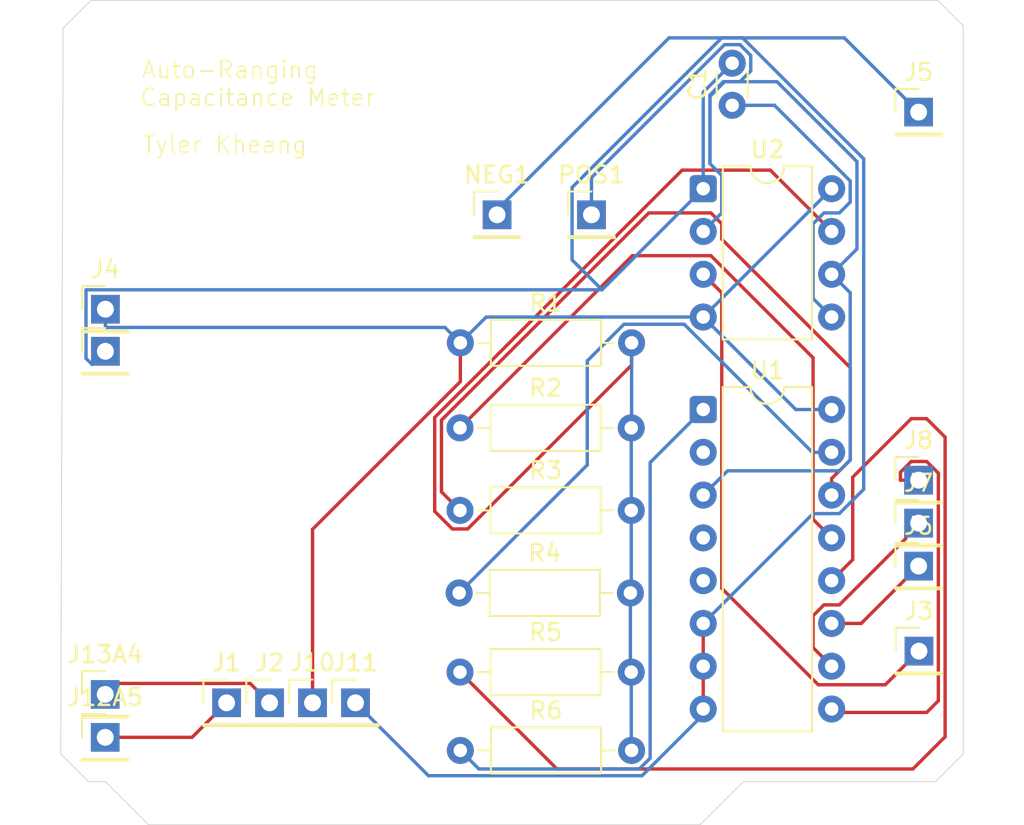
<source format=kicad_pcb>
(kicad_pcb (version 20241229) (generator "pcbnew") (generator_version "9.0")
  (layers (0 "F.Cu" signal) (2 "B.Cu" signal) (13 "F.Paste" user) (15 "B.Paste" user) (5 "F.SilkS" user "F.Silkscreen") (7 "B.SilkS" user "B.Silkscreen") (1 "F.Mask" user) (3 "B.Mask" user) (25 "Edge.Cuts" user))
  (net 0 "")
  (net 1 "/Arduino Digital Pin 2")
  (net 2 "/Arduino +5V")
  (net 3 "/Arduino Digital Pin 4")
  (net 4 "/Arduino Digital Pin 5")
  (net 5 "/Arduino Digital Pin 6")
  (net 6 "Net-(U2-CV)")
  (net 7 "GND")
  (net 8 "Net-(U2-DIS)")
  (net 9 "Net-(U1-X0)")
  (net 10 "Net-(U1-X1)")
  (net 11 "Net-(U1-X2)")
  (net 12 "Net-(U1-X3)")
  (net 13 "Net-(U1-X4)")
  (net 17 "Net-(POS1-Pin_1)")
  (net 18 "Net-(J1-Pin_1)")
  (net 19 "Net-(J13A4-Pin_1)")
  (footprint "Connector_PinHeader_2.54mm:PinHeader_1x01_P2.54mm_Vertical" (layer "F.Cu") (at 112.55 120.75)
    (property "Reference" "J2" (at 0 -2.38 0) (layer "F.SilkS"))
    (property "Value" "Conn_01x01_Pin")
    (fp_line (start -1.38 -1.38) (end 0 -1.38) (stroke (width 0.12)) (layer "F.SilkS"))
    (fp_line (start -1.38 0) (end -1.38 -1.38) (stroke (width 0.12)) (layer "F.SilkS"))
    (fp_line (start -1.38 1.27) (end -1.38 1.38) (stroke (width 0.12)) (layer "F.SilkS"))
    (fp_line (start -1.38 1.27) (end 1.38 1.27) (stroke (width 0.12)) (layer "F.SilkS"))
    (fp_line (start -1.38 1.38) (end 1.38 1.38) (stroke (width 0.12)) (layer "F.SilkS"))
    (fp_line (start 1.38 1.27) (end 1.38 1.38) (stroke (width 0.12)) (layer "F.SilkS"))
    (pad "1" thru_hole rect (at 0 0) (size 1.7 1.7) (drill 1) (layers "*.Cu" "*.Mask") (net 19 "Net-(J13A4-Pin_1)"))
  )
  (footprint "Capacitor_THT:C_Disc_D3.0mm_W1.6mm_P2.50mm" (layer "F.Cu") (at 140 85.27705 90)
    (property "Reference" "C1" (at 1.25 -2.05 90) (layer "F.SilkS"))
    (property "Value" "0.01u")
    (fp_line (start 0.485 -0.92) (end 2.015 -0.92) (stroke (width 0.12)) (layer "F.SilkS"))
    (fp_line (start 2.015 0.92) (end 0.485 0.92) (stroke (width 0.12)) (layer "F.SilkS"))
    (pad "1" thru_hole circle (at 0 0 90) (size 1.6 1.6) (drill 0.8) (layers "*.Cu" "*.Mask") (net 6 "Net-(U2-CV)"))
    (pad "2" thru_hole circle (at 2.5 0 90) (size 1.6 1.6) (drill 0.8) (layers "*.Cu" "*.Mask") (net 7 "GND"))
  )
  (footprint "Connector_PinHeader_2.54mm:PinHeader_1x01_P2.54mm_Vertical" (layer "F.Cu") (at 151.06 112.63205)
    (property "Reference" "J6" (at 0 -2.38 0) (layer "F.SilkS"))
    (property "Value" "Conn_01x01_Pin")
    (fp_line (start -1.38 -1.38) (end 0 -1.38) (stroke (width 0.12)) (layer "F.SilkS"))
    (fp_line (start -1.38 0) (end -1.38 -1.38) (stroke (width 0.12)) (layer "F.SilkS"))
    (fp_line (start -1.38 1.27) (end -1.38 1.38) (stroke (width 0.12)) (layer "F.SilkS"))
    (fp_line (start -1.38 1.27) (end 1.38 1.27) (stroke (width 0.12)) (layer "F.SilkS"))
    (fp_line (start -1.38 1.38) (end 1.38 1.38) (stroke (width 0.12)) (layer "F.SilkS"))
    (fp_line (start 1.38 1.27) (end 1.38 1.38) (stroke (width 0.12)) (layer "F.SilkS"))
    (pad "1" thru_hole rect (at 0 0) (size 1.7 1.7) (drill 1) (layers "*.Cu" "*.Mask") (net 3 "/Arduino Digital Pin 4"))
  )
  (footprint "Package_DIP:DIP-16_W7.62mm" (layer "F.Cu") (at 138.28 103.33705)
    (property "Reference" "U1" (at 3.81 -2.33 0) (layer "F.SilkS"))
    (property "Value" "CD4051B")
    (fp_line (start 1.16 -1.33) (end 1.16 19.11) (stroke (width 0.12)) (layer "F.SilkS"))
    (fp_line (start 1.16 19.11) (end 6.46 19.11) (stroke (width 0.12)) (layer "F.SilkS"))
    (fp_line (start 2.81 -1.33) (end 1.16 -1.33) (stroke (width 0.12)) (layer "F.SilkS"))
    (fp_line (start 6.46 -1.33) (end 4.81 -1.33) (stroke (width 0.12)) (layer "F.SilkS"))
    (fp_line (start 6.46 19.11) (end 6.46 -1.33) (stroke (width 0.12)) (layer "F.SilkS"))
    (fp_arc (start 4.81 -1.33) (mid 3.81 -0.33) (end 2.81 -1.33) (stroke (width 0.12)) (layer "F.SilkS"))
    (pad "1" thru_hole roundrect (at 0 0) (size 1.6 1.6) (drill 0.8) (layers "*.Cu" "*.Mask") (roundrect_rratio 0.15625) (net 13 "Net-(U1-X4)"))
    (pad "2" thru_hole circle (at 0 2.54) (size 1.6 1.6) (drill 0.8) (layers "*.Cu" "*.Mask"))
    (pad "3" thru_hole circle (at 0 5.08) (size 1.6 1.6) (drill 0.8) (layers "*.Cu" "*.Mask") (net 17 "Net-(POS1-Pin_1)"))
    (pad "4" thru_hole circle (at 0 7.62) (size 1.6 1.6) (drill 0.8) (layers "*.Cu" "*.Mask"))
    (pad "5" thru_hole circle (at 0 10.16) (size 1.6 1.6) (drill 0.8) (layers "*.Cu" "*.Mask"))
    (pad "6" thru_hole circle (at 0 12.7) (size 1.6 1.6) (drill 0.8) (layers "*.Cu" "*.Mask") (net 7 "GND"))
    (pad "7" thru_hole circle (at 0 15.24) (size 1.6 1.6) (drill 0.8) (layers "*.Cu" "*.Mask") (net 7 "GND"))
    (pad "8" thru_hole circle (at 0 17.78) (size 1.6 1.6) (drill 0.8) (layers "*.Cu" "*.Mask") (net 7 "GND"))
    (pad "9" thru_hole circle (at 7.62 17.78) (size 1.6 1.6) (drill 0.8) (layers "*.Cu" "*.Mask") (net 5 "/Arduino Digital Pin 6"))
    (pad "10" thru_hole circle (at 7.62 15.24) (size 1.6 1.6) (drill 0.8) (layers "*.Cu" "*.Mask") (net 4 "/Arduino Digital Pin 5"))
    (pad "11" thru_hole circle (at 7.62 12.7) (size 1.6 1.6) (drill 0.8) (layers "*.Cu" "*.Mask") (net 3 "/Arduino Digital Pin 4"))
    (pad "12" thru_hole circle (at 7.62 10.16) (size 1.6 1.6) (drill 0.8) (layers "*.Cu" "*.Mask") (net 12 "Net-(U1-X3)"))
    (pad "13" thru_hole circle (at 7.62 7.62) (size 1.6 1.6) (drill 0.8) (layers "*.Cu" "*.Mask") (net 9 "Net-(U1-X0)"))
    (pad "14" thru_hole circle (at 7.62 5.08) (size 1.6 1.6) (drill 0.8) (layers "*.Cu" "*.Mask") (net 10 "Net-(U1-X1)"))
    (pad "15" thru_hole circle (at 7.62 2.54) (size 1.6 1.6) (drill 0.8) (layers "*.Cu" "*.Mask") (net 11 "Net-(U1-X2)"))
    (pad "16" thru_hole circle (at 7.62 0) (size 1.6 1.6) (drill 0.8) (layers "*.Cu" "*.Mask") (net 2 "/Arduino +5V"))
  )
  (footprint "Resistor_THT:R_Axial_DIN0207_L6.3mm_D2.5mm_P10.16mm_Horizontal" (layer "F.Cu") (at 123.85 104.42705)
    (property "Reference" "R2" (at 5.08 -2.37 0) (layer "F.SilkS"))
    (property "Value" "10M")
    (fp_line (start 1.04 0) (end 1.81 0) (stroke (width 0.12)) (layer "F.SilkS"))
    (fp_line (start 9.12 0) (end 8.35 0) (stroke (width 0.12)) (layer "F.SilkS"))
    (fp_rect (start 1.81 -1.37) (end 8.35 1.37) (stroke (width 0.12)) (fill no) (layer "F.SilkS"))
    (pad "1" thru_hole circle (at 0 0) (size 1.6 1.6) (drill 0.8) (layers "*.Cu" "*.Mask") (net 9 "Net-(U1-X0)"))
    (pad "2" thru_hole circle (at 10.16 0) (size 1.6 1.6) (drill 0.8) (layers "*.Cu" "*.Mask") (net 8 "Net-(U2-DIS)"))
  )
  (footprint "Connector_PinHeader_2.54mm:PinHeader_1x01_P2.54mm_Vertical" (layer "F.Cu") (at 151.06 110.08205)
    (property "Reference" "J7" (at 0 -2.38 0) (layer "F.SilkS"))
    (property "Value" "Conn_01x01_Pin")
    (fp_line (start -1.38 -1.38) (end 0 -1.38) (stroke (width 0.12)) (layer "F.SilkS"))
    (fp_line (start -1.38 0) (end -1.38 -1.38) (stroke (width 0.12)) (layer "F.SilkS"))
    (fp_line (start -1.38 1.27) (end -1.38 1.38) (stroke (width 0.12)) (layer "F.SilkS"))
    (fp_line (start -1.38 1.27) (end 1.38 1.27) (stroke (width 0.12)) (layer "F.SilkS"))
    (fp_line (start -1.38 1.38) (end 1.38 1.38) (stroke (width 0.12)) (layer "F.SilkS"))
    (fp_line (start 1.38 1.27) (end 1.38 1.38) (stroke (width 0.12)) (layer "F.SilkS"))
    (pad "1" thru_hole rect (at 0 0) (size 1.7 1.7) (drill 1) (layers "*.Cu" "*.Mask") (net 4 "/Arduino Digital Pin 5"))
  )
  (footprint "Connector_PinHeader_2.54mm:PinHeader_1x01_P2.54mm_Vertical" (layer "F.Cu") (at 151.06 107.53205)
    (property "Reference" "J8" (at 0 -2.38 0) (layer "F.SilkS"))
    (property "Value" "Conn_01x01_Pin")
    (fp_line (start -1.38 -1.38) (end 0 -1.38) (stroke (width 0.12)) (layer "F.SilkS"))
    (fp_line (start -1.38 0) (end -1.38 -1.38) (stroke (width 0.12)) (layer "F.SilkS"))
    (fp_line (start -1.38 1.27) (end -1.38 1.38) (stroke (width 0.12)) (layer "F.SilkS"))
    (fp_line (start -1.38 1.27) (end 1.38 1.27) (stroke (width 0.12)) (layer "F.SilkS"))
    (fp_line (start -1.38 1.38) (end 1.38 1.38) (stroke (width 0.12)) (layer "F.SilkS"))
    (fp_line (start 1.38 1.27) (end 1.38 1.38) (stroke (width 0.12)) (layer "F.SilkS"))
    (pad "1" thru_hole rect (at 0 0) (size 1.7 1.7) (drill 1) (layers "*.Cu" "*.Mask") (net 5 "/Arduino Digital Pin 6"))
  )
  (footprint "Connector_PinHeader_2.54mm:PinHeader_1x01_P2.54mm_Vertical" (layer "F.Cu") (at 115.1 120.75)
    (property "Reference" "J10" (at 0 -2.38 0) (layer "F.SilkS"))
    (property "Value" "Conn_01x01_Pin")
    (fp_line (start -1.38 -1.38) (end 0 -1.38) (stroke (width 0.12)) (layer "F.SilkS"))
    (fp_line (start -1.38 0) (end -1.38 -1.38) (stroke (width 0.12)) (layer "F.SilkS"))
    (fp_line (start -1.38 1.27) (end -1.38 1.38) (stroke (width 0.12)) (layer "F.SilkS"))
    (fp_line (start -1.38 1.27) (end 1.38 1.27) (stroke (width 0.12)) (layer "F.SilkS"))
    (fp_line (start -1.38 1.38) (end 1.38 1.38) (stroke (width 0.12)) (layer "F.SilkS"))
    (fp_line (start 1.38 1.27) (end 1.38 1.38) (stroke (width 0.12)) (layer "F.SilkS"))
    (pad "1" thru_hole rect (at 0 0) (size 1.7 1.7) (drill 1) (layers "*.Cu" "*.Mask") (net 2 "/Arduino +5V"))
  )
  (footprint "Resistor_THT:R_Axial_DIN0207_L6.3mm_D2.5mm_P10.16mm_Horizontal" (layer "F.Cu") (at 123.8 114.22705)
    (property "Reference" "R4" (at 5.08 -2.37 0) (layer "F.SilkS"))
    (property "Value" "10k")
    (fp_line (start 1.04 0) (end 1.81 0) (stroke (width 0.12)) (layer "F.SilkS"))
    (fp_line (start 9.12 0) (end 8.35 0) (stroke (width 0.12)) (layer "F.SilkS"))
    (fp_rect (start 1.81 -1.37) (end 8.35 1.37) (stroke (width 0.12)) (fill no) (layer "F.SilkS"))
    (pad "1" thru_hole circle (at 0 0) (size 1.6 1.6) (drill 0.8) (layers "*.Cu" "*.Mask") (net 11 "Net-(U1-X2)"))
    (pad "2" thru_hole circle (at 10.16 0) (size 1.6 1.6) (drill 0.8) (layers "*.Cu" "*.Mask") (net 8 "Net-(U2-DIS)"))
  )
  (footprint "Resistor_THT:R_Axial_DIN0207_L6.3mm_D2.5mm_P10.16mm_Horizontal" (layer "F.Cu") (at 123.85 109.32705)
    (property "Reference" "R3" (at 5.08 -2.37 0) (layer "F.SilkS"))
    (property "Value" "100k")
    (fp_line (start 1.04 0) (end 1.81 0) (stroke (width 0.12)) (layer "F.SilkS"))
    (fp_line (start 9.12 0) (end 8.35 0) (stroke (width 0.12)) (layer "F.SilkS"))
    (fp_rect (start 1.81 -1.37) (end 8.35 1.37) (stroke (width 0.12)) (fill no) (layer "F.SilkS"))
    (pad "1" thru_hole circle (at 0 0) (size 1.6 1.6) (drill 0.8) (layers "*.Cu" "*.Mask") (net 10 "Net-(U1-X1)"))
    (pad "2" thru_hole circle (at 10.16 0) (size 1.6 1.6) (drill 0.8) (layers "*.Cu" "*.Mask") (net 8 "Net-(U2-DIS)"))
  )
  (footprint "Connector_PinHeader_2.54mm:PinHeader_1x01_P2.54mm_Vertical" (layer "F.Cu") (at 102.81 99.88205)
    (property "Reference" "J9" (hide yes))
    (property "Value" "Conn_01x01_Pin")
    (fp_line (start -1.38 -1.38) (end 0 -1.38) (stroke (width 0.12)) (layer "F.SilkS"))
    (fp_line (start -1.38 0) (end -1.38 -1.38) (stroke (width 0.12)) (layer "F.SilkS"))
    (fp_line (start -1.38 1.27) (end -1.38 1.38) (stroke (width 0.12)) (layer "F.SilkS"))
    (fp_line (start -1.38 1.27) (end 1.38 1.27) (stroke (width 0.12)) (layer "F.SilkS"))
    (fp_line (start -1.38 1.38) (end 1.38 1.38) (stroke (width 0.12)) (layer "F.SilkS"))
    (fp_line (start 1.38 1.27) (end 1.38 1.38) (stroke (width 0.12)) (layer "F.SilkS"))
    (pad "1" thru_hole rect (at 0 0) (size 1.7 1.7) (drill 1) (layers "*.Cu" "*.Mask") (net 7 "GND"))
  )
  (footprint "Connector_PinHeader_2.54mm:PinHeader_1x01_P2.54mm_Vertical" (layer "F.Cu") (at 102.8 120.25)
    (property "Reference" "J13A4" (at 0 -2.38 0) (layer "F.SilkS"))
    (property "Value" "Conn_01x01_Pin")
    (fp_line (start -1.38 -1.38) (end 0 -1.38) (stroke (width 0.12)) (layer "F.SilkS"))
    (fp_line (start -1.38 0) (end -1.38 -1.38) (stroke (width 0.12)) (layer "F.SilkS"))
    (fp_line (start -1.38 1.27) (end -1.38 1.38) (stroke (width 0.12)) (layer "F.SilkS"))
    (fp_line (start -1.38 1.27) (end 1.38 1.27) (stroke (width 0.12)) (layer "F.SilkS"))
    (fp_line (start -1.38 1.38) (end 1.38 1.38) (stroke (width 0.12)) (layer "F.SilkS"))
    (fp_line (start 1.38 1.27) (end 1.38 1.38) (stroke (width 0.12)) (layer "F.SilkS"))
    (pad "1" thru_hole rect (at 0 0) (size 1.7 1.7) (drill 1) (layers "*.Cu" "*.Mask") (net 19 "Net-(J13A4-Pin_1)"))
  )
  (footprint "Connector_PinHeader_2.54mm:PinHeader_1x01_P2.54mm_Vertical" (layer "F.Cu") (at 102.8 122.8)
    (property "Reference" "J12A5" (at 0 -2.38 0) (layer "F.SilkS"))
    (property "Value" "Conn_01x01_Pin")
    (fp_line (start -1.38 -1.38) (end 0 -1.38) (stroke (width 0.12)) (layer "F.SilkS"))
    (fp_line (start -1.38 0) (end -1.38 -1.38) (stroke (width 0.12)) (layer "F.SilkS"))
    (fp_line (start -1.38 1.27) (end -1.38 1.38) (stroke (width 0.12)) (layer "F.SilkS"))
    (fp_line (start -1.38 1.27) (end 1.38 1.27) (stroke (width 0.12)) (layer "F.SilkS"))
    (fp_line (start -1.38 1.38) (end 1.38 1.38) (stroke (width 0.12)) (layer "F.SilkS"))
    (fp_line (start 1.38 1.27) (end 1.38 1.38) (stroke (width 0.12)) (layer "F.SilkS"))
    (pad "1" thru_hole rect (at 0 0) (size 1.7 1.7) (drill 1) (layers "*.Cu" "*.Mask") (net 18 "Net-(J1-Pin_1)"))
  )
  (footprint "Connector_PinHeader_2.54mm:PinHeader_1x01_P2.54mm_Vertical" (layer "F.Cu") (at 117.65 120.75)
    (property "Reference" "J11" (at 0 -2.38 0) (layer "F.SilkS"))
    (property "Value" "Conn_01x01_Pin")
    (fp_line (start -1.38 -1.38) (end 0 -1.38) (stroke (width 0.12)) (layer "F.SilkS"))
    (fp_line (start -1.38 0) (end -1.38 -1.38) (stroke (width 0.12)) (layer "F.SilkS"))
    (fp_line (start -1.38 1.27) (end -1.38 1.38) (stroke (width 0.12)) (layer "F.SilkS"))
    (fp_line (start -1.38 1.27) (end 1.38 1.27) (stroke (width 0.12)) (layer "F.SilkS"))
    (fp_line (start -1.38 1.38) (end 1.38 1.38) (stroke (width 0.12)) (layer "F.SilkS"))
    (fp_line (start 1.38 1.27) (end 1.38 1.38) (stroke (width 0.12)) (layer "F.SilkS"))
    (pad "1" thru_hole rect (at 0 0) (size 1.7 1.7) (drill 1) (layers "*.Cu" "*.Mask") (net 7 "GND"))
  )
  (footprint "Resistor_THT:R_Axial_DIN0207_L6.3mm_D2.5mm_P10.16mm_Horizontal" (layer "F.Cu") (at 123.87 123.57705)
    (property "Reference" "R6" (at 5.08 -2.37 0) (layer "F.SilkS"))
    (property "Value" "100")
    (fp_line (start 1.04 0) (end 1.81 0) (stroke (width 0.12)) (layer "F.SilkS"))
    (fp_line (start 9.12 0) (end 8.35 0) (stroke (width 0.12)) (layer "F.SilkS"))
    (fp_rect (start 1.81 -1.37) (end 8.35 1.37) (stroke (width 0.12)) (fill no) (layer "F.SilkS"))
    (pad "1" thru_hole circle (at 0 0) (size 1.6 1.6) (drill 0.8) (layers "*.Cu" "*.Mask") (net 13 "Net-(U1-X4)"))
    (pad "2" thru_hole circle (at 10.16 0) (size 1.6 1.6) (drill 0.8) (layers "*.Cu" "*.Mask") (net 8 "Net-(U2-DIS)"))
  )
  (footprint "Connector_PinHeader_2.54mm:PinHeader_1x01_P2.54mm_Vertical" (layer "F.Cu") (at 110 120.75)
    (property "Reference" "J1" (at 0 -2.38 0) (layer "F.SilkS"))
    (property "Value" "Conn_01x01_Pin")
    (fp_line (start -1.38 -1.38) (end 0 -1.38) (stroke (width 0.12)) (layer "F.SilkS"))
    (fp_line (start -1.38 0) (end -1.38 -1.38) (stroke (width 0.12)) (layer "F.SilkS"))
    (fp_line (start -1.38 1.27) (end -1.38 1.38) (stroke (width 0.12)) (layer "F.SilkS"))
    (fp_line (start -1.38 1.27) (end 1.38 1.27) (stroke (width 0.12)) (layer "F.SilkS"))
    (fp_line (start -1.38 1.38) (end 1.38 1.38) (stroke (width 0.12)) (layer "F.SilkS"))
    (fp_line (start 1.38 1.27) (end 1.38 1.38) (stroke (width 0.12)) (layer "F.SilkS"))
    (pad "1" thru_hole rect (at 0 0) (size 1.7 1.7) (drill 1) (layers "*.Cu" "*.Mask") (net 18 "Net-(J1-Pin_1)"))
  )
  (footprint "Resistor_THT:R_Axial_DIN0207_L6.3mm_D2.5mm_P10.16mm_Horizontal" (layer "F.Cu") (at 123.87 99.37705)
    (property "Reference" "R1" (at 5.08 -2.37 0) (layer "F.SilkS"))
    (property "Value" "100")
    (fp_line (start 1.04 0) (end 1.81 0) (stroke (width 0.12)) (layer "F.SilkS"))
    (fp_line (start 9.12 0) (end 8.35 0) (stroke (width 0.12)) (layer "F.SilkS"))
    (fp_rect (start 1.81 -1.37) (end 8.35 1.37) (stroke (width 0.12)) (fill no) (layer "F.SilkS"))
    (pad "1" thru_hole circle (at 0 0) (size 1.6 1.6) (drill 0.8) (layers "*.Cu" "*.Mask") (net 2 "/Arduino +5V"))
    (pad "2" thru_hole circle (at 10.16 0) (size 1.6 1.6) (drill 0.8) (layers "*.Cu" "*.Mask") (net 8 "Net-(U2-DIS)"))
  )
  (footprint "Connector_PinHeader_2.54mm:PinHeader_1x01_P2.54mm_Vertical" (layer "F.Cu") (at 126.05 91.77705)
    (property "Reference" "NEG1" (at 0 -2.38 0) (layer "F.SilkS"))
    (property "Value" "Conn_01x01_Socket")
    (fp_line (start -1.38 -1.38) (end 0 -1.38) (stroke (width 0.12)) (layer "F.SilkS"))
    (fp_line (start -1.38 0) (end -1.38 -1.38) (stroke (width 0.12)) (layer "F.SilkS"))
    (fp_line (start -1.38 1.27) (end -1.38 1.38) (stroke (width 0.12)) (layer "F.SilkS"))
    (fp_line (start -1.38 1.27) (end 1.38 1.27) (stroke (width 0.12)) (layer "F.SilkS"))
    (fp_line (start -1.38 1.38) (end 1.38 1.38) (stroke (width 0.12)) (layer "F.SilkS"))
    (fp_line (start 1.38 1.27) (end 1.38 1.38) (stroke (width 0.12)) (layer "F.SilkS"))
    (pad "1" thru_hole rect (at 0 0) (size 1.7 1.7) (drill 1) (layers "*.Cu" "*.Mask") (net 7 "GND"))
  )
  (footprint "Package_DIP:DIP-8_W7.62mm" (layer "F.Cu") (at 138.28 90.22705)
    (property "Reference" "U2" (at 3.81 -2.33 0) (layer "F.SilkS"))
    (property "Value" "NE555P")
    (fp_line (start 1.16 -1.33) (end 1.16 8.95) (stroke (width 0.12)) (layer "F.SilkS"))
    (fp_line (start 1.16 8.95) (end 6.46 8.95) (stroke (width 0.12)) (layer "F.SilkS"))
    (fp_line (start 2.81 -1.33) (end 1.16 -1.33) (stroke (width 0.12)) (layer "F.SilkS"))
    (fp_line (start 6.46 -1.33) (end 4.81 -1.33) (stroke (width 0.12)) (layer "F.SilkS"))
    (fp_line (start 6.46 8.95) (end 6.46 -1.33) (stroke (width 0.12)) (layer "F.SilkS"))
    (fp_arc (start 4.81 -1.33) (mid 3.81 -0.33) (end 2.81 -1.33) (stroke (width 0.12)) (layer "F.SilkS"))
    (pad "1" thru_hole roundrect (at 0 0) (size 1.6 1.6) (drill 0.8) (layers "*.Cu" "*.Mask") (roundrect_rratio 0.15625) (net 7 "GND"))
    (pad "2" thru_hole circle (at 0 2.54) (size 1.6 1.6) (drill 0.8) (layers "*.Cu" "*.Mask") (net 17 "Net-(POS1-Pin_1)"))
    (pad "3" thru_hole circle (at 0 5.08) (size 1.6 1.6) (drill 0.8) (layers "*.Cu" "*.Mask") (net 1 "/Arduino Digital Pin 2"))
    (pad "4" thru_hole circle (at 0 7.62) (size 1.6 1.6) (drill 0.8) (layers "*.Cu" "*.Mask") (net 2 "/Arduino +5V"))
    (pad "5" thru_hole circle (at 7.62 7.62) (size 1.6 1.6) (drill 0.8) (layers "*.Cu" "*.Mask") (net 6 "Net-(U2-CV)"))
    (pad "6" thru_hole circle (at 7.62 5.08) (size 1.6 1.6) (drill 0.8) (layers "*.Cu" "*.Mask") (net 17 "Net-(POS1-Pin_1)"))
    (pad "7" thru_hole circle (at 7.62 2.54) (size 1.6 1.6) (drill 0.8) (layers "*.Cu" "*.Mask") (net 8 "Net-(U2-DIS)"))
    (pad "8" thru_hole circle (at 7.62 0) (size 1.6 1.6) (drill 0.8) (layers "*.Cu" "*.Mask") (net 2 "/Arduino +5V"))
  )
  (footprint "Connector_PinHeader_2.54mm:PinHeader_1x01_P2.54mm_Vertical" (layer "F.Cu") (at 131.65 91.77705)
    (property "Reference" "POS1" (at 0 -2.38 0) (layer "F.SilkS"))
    (property "Value" "Conn_01x01_Socket")
    (fp_line (start -1.38 -1.38) (end 0 -1.38) (stroke (width 0.12)) (layer "F.SilkS"))
    (fp_line (start -1.38 0) (end -1.38 -1.38) (stroke (width 0.12)) (layer "F.SilkS"))
    (fp_line (start -1.38 1.27) (end -1.38 1.38) (stroke (width 0.12)) (layer "F.SilkS"))
    (fp_line (start -1.38 1.27) (end 1.38 1.27) (stroke (width 0.12)) (layer "F.SilkS"))
    (fp_line (start -1.38 1.38) (end 1.38 1.38) (stroke (width 0.12)) (layer "F.SilkS"))
    (fp_line (start 1.38 1.27) (end 1.38 1.38) (stroke (width 0.12)) (layer "F.SilkS"))
    (pad "1" thru_hole rect (at 0 0) (size 1.7 1.7) (drill 1) (layers "*.Cu" "*.Mask") (net 17 "Net-(POS1-Pin_1)"))
  )
  (footprint "Connector_PinHeader_2.54mm:PinHeader_1x01_P2.54mm_Vertical" (layer "F.Cu") (at 102.81 97.38205)
    (property "Reference" "J4" (at 0 -2.38 0) (layer "F.SilkS"))
    (property "Value" "Conn_01x01_Pin" (hide yes))
    (fp_line (start -1.38 -1.38) (end 0 -1.38) (stroke (width 0.12)) (layer "F.SilkS"))
    (fp_line (start -1.38 0) (end -1.38 -1.38) (stroke (width 0.12)) (layer "F.SilkS"))
    (fp_line (start -1.38 1.27) (end -1.38 1.38) (stroke (width 0.12)) (layer "F.SilkS"))
    (fp_line (start -1.38 1.27) (end 1.38 1.27) (stroke (width 0.12)) (layer "F.SilkS"))
    (fp_line (start -1.38 1.38) (end 1.38 1.38) (stroke (width 0.12)) (layer "F.SilkS"))
    (fp_line (start 1.38 1.27) (end 1.38 1.38) (stroke (width 0.12)) (layer "F.SilkS"))
    (pad "1" thru_hole rect (at 0 0) (size 1.7 1.7) (drill 1) (layers "*.Cu" "*.Mask") (net 2 "/Arduino +5V"))
  )
  (footprint "Connector_PinHeader_2.54mm:PinHeader_1x01_P2.54mm_Vertical" (layer "F.Cu") (at 151.06 85.68205)
    (property "Reference" "J5" (at 0 -2.38 0) (layer "F.SilkS"))
    (property "Value" "Conn_01x01_Pin")
    (fp_line (start -1.38 -1.38) (end 0 -1.38) (stroke (width 0.12)) (layer "F.SilkS"))
    (fp_line (start -1.38 0) (end -1.38 -1.38) (stroke (width 0.12)) (layer "F.SilkS"))
    (fp_line (start -1.38 1.27) (end -1.38 1.38) (stroke (width 0.12)) (layer "F.SilkS"))
    (fp_line (start -1.38 1.27) (end 1.38 1.27) (stroke (width 0.12)) (layer "F.SilkS"))
    (fp_line (start -1.38 1.38) (end 1.38 1.38) (stroke (width 0.12)) (layer "F.SilkS"))
    (fp_line (start 1.38 1.27) (end 1.38 1.38) (stroke (width 0.12)) (layer "F.SilkS"))
    (pad "1" thru_hole rect (at 0 0) (size 1.7 1.7) (drill 1) (layers "*.Cu" "*.Mask") (net 7 "GND"))
  )
  (footprint "Resistor_THT:R_Axial_DIN0207_L6.3mm_D2.5mm_P10.16mm_Horizontal" (layer "F.Cu") (at 123.85 118.92705)
    (property "Reference" "R5" (at 5.08 -2.37 0) (layer "F.SilkS"))
    (property "Value" "1k")
    (fp_line (start 1.04 0) (end 1.81 0) (stroke (width 0.12)) (layer "F.SilkS"))
    (fp_line (start 9.12 0) (end 8.35 0) (stroke (width 0.12)) (layer "F.SilkS"))
    (fp_rect (start 1.81 -1.37) (end 8.35 1.37) (stroke (width 0.12)) (fill no) (layer "F.SilkS"))
    (pad "1" thru_hole circle (at 0 0) (size 1.6 1.6) (drill 0.8) (layers "*.Cu" "*.Mask") (net 12 "Net-(U1-X3)"))
    (pad "2" thru_hole circle (at 10.16 0) (size 1.6 1.6) (drill 0.8) (layers "*.Cu" "*.Mask") (net 8 "Net-(U2-DIS)"))
  )
  (footprint "Connector_PinHeader_2.54mm:PinHeader_1x01_P2.54mm_Vertical" (layer "F.Cu") (at 151.08 117.68205)
    (property "Reference" "J3" (at 0 -2.38 0) (layer "F.SilkS"))
    (property "Value" "Conn_01x01_Pin")
    (fp_line (start -1.38 -1.38) (end 0 -1.38) (stroke (width 0.12)) (layer "F.SilkS"))
    (fp_line (start -1.38 0) (end -1.38 -1.38) (stroke (width 0.12)) (layer "F.SilkS"))
    (fp_line (start -1.38 1.27) (end -1.38 1.38) (stroke (width 0.12)) (layer "F.SilkS"))
    (fp_line (start -1.38 1.27) (end 1.38 1.27) (stroke (width 0.12)) (layer "F.SilkS"))
    (fp_line (start -1.38 1.38) (end 1.38 1.38) (stroke (width 0.12)) (layer "F.SilkS"))
    (fp_line (start 1.38 1.27) (end 1.38 1.38) (stroke (width 0.12)) (layer "F.SilkS"))
    (pad "1" thru_hole rect (at 0 0) (size 1.7 1.7) (drill 1) (layers "*.Cu" "*.Mask") (net 1 "/Arduino Digital Pin 2"))
  )
  (gr_line (start 100.16 123.78205) (end 100.3 80.7) (stroke (width 0.05)) (layer "Edge.Cuts"))
  (gr_line (start 140.66 125.43205) (end 152.06 125.43205) (stroke (width 0.05)) (layer "Edge.Cuts"))
  (gr_line (start 153.71 123.78205) (end 153.71 80.55) (stroke (width 0.05)) (layer "Edge.Cuts"))
  (gr_line (start 105.36 127.98205) (end 138.11 127.98205) (stroke (width 0.05)) (layer "Edge.Cuts"))
  (gr_line (start 102.81 125.43205) (end 105.36 127.98205) (stroke (width 0.05)) (layer "Edge.Cuts"))
  (gr_line (start 101.81 125.43205) (end 102.81 125.43205) (stroke (width 0.05)) (layer "Edge.Cuts"))
  (gr_line (start 101.81 125.43205) (end 100.16 123.78205) (stroke (width 0.05)) (layer "Edge.Cuts"))
  (gr_line (start 153.71 80.55) (end 152.2 79.05) (stroke (width 0.05)) (layer "Edge.Cuts"))
  (gr_line (start 138.11 127.98205) (end 140.66 125.43205) (stroke (width 0.05)) (layer "Edge.Cuts"))
  (gr_line (start 101.95 79.05) (end 100.3 80.7) (stroke (width 0.05)) (layer "Edge.Cuts"))
  (gr_line (start 152.06 125.43205) (end 153.71 123.78205) (stroke (width 0.05)) (layer "Edge.Cuts"))
  (gr_line (start 101.95 79.05) (end 152.2 79.05) (stroke (width 0.05)) (layer "Edge.Cuts"))
  (gr_text "Capacitance Meter" (at 104.8 85.4 0) (layer "F.SilkS") (effects (font (size 1 1) (thickness 0.1)) (justify left bottom)))
  (gr_text "Auto-Ranging\n" (at 104.9 83.75 0) (layer "F.SilkS") (effects (font (size 1 1) (thickness 0.1)) (justify left bottom)))
  (gr_text "Tyler Kheang\n" (at 104.95 88.2 0) (layer "F.SilkS") (effects (font (size 1 1) (thickness 0.1)) (justify left bottom)))
  (segment (start 145.10595 119.67805) (end 139.381 113.9531) (width 0.2) (layer "F.Cu") (net 1))
  (segment (start 151.08 117.68205) (end 149.084 119.67805) (width 0.2) (layer "F.Cu") (net 1))
  (segment (start 139.381 113.9531) (end 139.381 96.40805) (width 0.2) (layer "F.Cu") (net 1))
  (segment (start 149.084 119.67805) (end 145.10595 119.67805) (width 0.2) (layer "F.Cu") (net 1))
  (segment (start 139.381 96.40805) (end 138.28 95.30705) (width 0.2) (layer "F.Cu") (net 1))
  (segment (start 115.1 110.45) (end 123.87 101.68) (width 0.2) (layer "F.Cu") (net 2))
  (segment (start 115.1 120.75) (end 115.1 110.45) (width 0.2) (layer "F.Cu") (net 2))
  (segment (start 123.87 101.68) (end 123.87 99.37705) (width 0.2) (layer "F.Cu") (net 2))
  (segment (start 145.9 103.33705) (end 143.77 103.33705) (width 0.2) (layer "B.Cu") (net 2))
  (segment (start 138.28 97.84705) (end 125.4 97.84705) (width 0.2) (layer "B.Cu") (net 2))
  (segment (start 122.956 98.46305) (end 102.9 98.46305) (width 0.2) (layer "B.Cu") (net 2))
  (segment (start 138.28 97.84705) (end 145.9 90.22705) (width 0.2) (layer "B.Cu") (net 2))
  (segment (start 102.81 98.37305) (end 102.9 98.46305) (width 0.2) (layer "B.Cu") (net 2))
  (segment (start 143.77 103.33705) (end 138.28 97.84705) (width 0.2) (layer "B.Cu") (net 2))
  (segment (start 102.81 97.38205) (end 102.81 98.37305) (width 0.2) (layer "B.Cu") (net 2))
  (segment (start 102.9 98.46305) (end 102.81 98.46305) (width 0.2) (layer "B.Cu") (net 2))
  (segment (start 123.87 99.37705) (end 122.956 98.46305) (width 0.2) (layer "B.Cu") (net 2))
  (segment (start 125.4 97.84705) (end 123.87 99.37705) (width 0.2) (layer "B.Cu") (net 2))
  (segment (start 147.655 116.03705) (end 150.306475 113.385575) (width 0.2) (layer "F.Cu") (net 3))
  (segment (start 145.9 116.03705) (end 147.655 116.03705) (width 0.2) (layer "F.Cu") (net 3))
  (segment (start 145.9 118.57705) (end 144.799 117.47605) (width 0.2) (layer "F.Cu") (net 4))
  (segment (start 144.799 115.581) (end 145.44395 114.93605) (width 0.2) (layer "F.Cu") (net 4))
  (segment (start 150.301475 110.990625) (end 150.301475 110.840575) (width 0.2) (layer "F.Cu") (net 4))
  (segment (start 145.44395 114.93605) (end 146.35605 114.93605) (width 0.2) (layer "F.Cu") (net 4))
  (segment (start 146.35605 114.93605) (end 150.301475 110.990625) (width 0.2) (layer "F.Cu") (net 4))
  (segment (start 144.799 117.47605) (end 144.799 115.581) (width 0.2) (layer "F.Cu") (net 4))
  (segment (start 145.9 121.11705) (end 146.106 121.32305) (width 0.2) (layer "F.Cu") (net 5))
  (segment (start 149.979 107.066) (end 149.979 107.53205) (width 0.2) (layer "F.Cu") (net 5))
  (segment (start 146.106 121.32305) (end 151.53605 121.32305) (width 0.2) (layer "F.Cu") (net 5))
  (segment (start 152.231 120.6281) (end 152.231 107.116) (width 0.2) (layer "F.Cu") (net 5))
  (segment (start 150.62395 106.42105) (end 149.979 107.066) (width 0.2) (layer "F.Cu") (net 5))
  (segment (start 152.231 107.116) (end 151.53605 106.42105) (width 0.2) (layer "F.Cu") (net 5))
  (segment (start 149.979 107.53205) (end 151.06 107.53205) (width 0.2) (layer "F.Cu") (net 5))
  (segment (start 151.53605 106.42105) (end 150.62395 106.42105) (width 0.2) (layer "F.Cu") (net 5))
  (segment (start 151.53605 121.32305) (end 152.231 120.6281) (width 0.2) (layer "F.Cu") (net 5))
  (segment (start 147.001 89.771) (end 147.001 91.0211) (width 0.2) (layer "B.Cu") (net 6))
  (segment (start 146.35605 91.66605) (end 145.44395 91.66605) (width 0.2) (layer "B.Cu") (net 6))
  (segment (start 144.799 96.74605) (end 145.9 97.84705) (width 0.2) (layer "B.Cu") (net 6))
  (segment (start 147.001 91.0211) (end 146.35605 91.66605) (width 0.2) (layer "B.Cu") (net 6))
  (segment (start 144.799 92.311) (end 144.799 96.74605) (width 0.2) (layer "B.Cu") (net 6))
  (segment (start 142.50705 85.27705) (end 147.001 89.771) (width 0.2) (layer "B.Cu") (net 6))
  (segment (start 140 85.27705) (end 142.50705 85.27705) (width 0.2) (layer "B.Cu") (net 6))
  (segment (start 145.44395 91.66605) (end 144.799 92.311) (width 0.2) (layer "B.Cu") (net 6))
  (segment (start 138.28 118.57705) (end 138.28 121.11705) (width 0.2) (layer "F.Cu") (net 7))
  (segment (start 138.28 116.03705) (end 138.28 118.57705) (width 0.2) (layer "F.Cu") (net 7))
  (segment (start 121.97905 125.07905) (end 134.65215 125.07905) (width 0.2) (layer "B.Cu") (net 7))
  (segment (start 136.252 81.27505) (end 146.653 81.27505) (width 0.2) (layer "B.Cu") (net 7))
  (segment (start 147.803 88.4559) (end 140.62215 81.27505) (width 0.2) (layer "B.Cu") (net 7))
  (segment (start 139.37785 81.27505) (end 130.499 90.1539) (width 0.2) (layer "B.Cu") (net 7))
  (segment (start 146.653 81.27505) (end 151.06 85.68205) (width 0.2) (layer "B.Cu") (net 7))
  (segment (start 130.499 94.45405) (end 132.276 96.23105) (width 0.2) (layer "B.Cu") (net 7))
  (segment (start 140.62215 81.27505) (end 139.37785 81.27505) (width 0.2) (layer "B.Cu") (net 7))
  (segment (start 151.06 85.68205) (end 150.407 85.68205) (width 0.2) (layer "B.Cu") (net 7))
  (segment (start 144.799 109.51805) (end 146.35605 109.51805) (width 0.2) (layer "B.Cu") (net 7))
  (segment (start 117.65 120.75) (end 121.97905 125.07905) (width 0.2) (layer "B.Cu") (net 7))
  (segment (start 132.276 96.23105) (end 101.659 96.23105) (width 0.2) (layer "B.Cu") (net 7))
  (segment (start 138.28 90.22705) (end 138.28 84.49705) (width 0.2) (layer "B.Cu") (net 7))
  (segment (start 138.28 116.03705) (end 144.799 109.51805) (width 0.2) (layer "B.Cu") (net 7))
  (segment (start 138.28 121.4512) (end 138.28 121.11705) (width 0.2) (layer "B.Cu") (net 7))
  (segment (start 101.659 96.23105) (end 101.659 100.2981) (width 0.2) (layer "B.Cu") (net 7))
  (segment (start 126.05 91.77705) (end 126.05 91.47705) (width 0.2) (layer "B.Cu") (net 7))
  (segment (start 101.659 100.2981) (end 102.026475 100.665575) (width 0.2) (layer "B.Cu") (net 7))
  (segment (start 134.65215 125.07905) (end 138.28 121.4512) (width 0.2) (layer "B.Cu") (net 7))
  (segment (start 146.35605 109.51805) (end 147.803 108.0711) (width 0.2) (layer "B.Cu") (net 7))
  (segment (start 138.28 84.49705) (end 140 82.77705) (width 0.2) (layer "B.Cu") (net 7))
  (segment (start 138.28 90.22705) (end 132.276 96.23105) (width 0.2) (layer "B.Cu") (net 7))
  (segment (start 130.499 90.1539) (end 130.499 94.45405) (width 0.2) (layer "B.Cu") (net 7))
  (segment (start 126.05 91.47705) (end 136.252 81.27505) (width 0.2) (layer "B.Cu") (net 7))
  (segment (start 147.803 108.0711) (end 147.803 88.4559) (width 0.2) (layer "B.Cu") (net 7))
  (segment (start 145.9 92.76705) (end 142.259 89.12605) (width 0.2) (layer "F.Cu") (net 8))
  (segment (start 137.02685 89.12605) (end 122.348 103.8049) (width 0.2) (layer "F.Cu") (net 8))
  (segment (start 134.03 100.7041) (end 134.03 99.37705) (width 0.2) (layer "F.Cu") (net 8))
  (segment (start 122.348 103.8049) (end 122.348 109.3821) (width 0.2) (layer "F.Cu") (net 8))
  (segment (start 122.348 109.3821) (end 123.39395 110.42805) (width 0.2) (layer "F.Cu") (net 8))
  (segment (start 123.39395 110.42805) (end 124.30605 110.42805) (width 0.2) (layer "F.Cu") (net 8))
  (segment (start 142.259 89.12605) (end 137.02685 89.12605) (width 0.2) (layer "F.Cu") (net 8))
  (segment (start 124.30605 110.42805) (end 134.03 100.7041) (width 0.2) (layer "F.Cu") (net 8))
  (segment (start 134.01 114.17705) (end 133.96 114.22705) (width 0.2) (layer "B.Cu") (net 8))
  (segment (start 133.96 118.87705) (end 134.01 118.92705) (width 0.2) (layer "B.Cu") (net 8))
  (segment (start 133.96 114.22705) (end 133.96 118.87705) (width 0.2) (layer "B.Cu") (net 8))
  (segment (start 134.01 123.55705) (end 134.03 123.57705) (width 0.2) (layer "B.Cu") (net 8))
  (segment (start 134.03 99.37705) (end 134.03 104.40705) (width 0.2) (layer "B.Cu") (net 8))
  (segment (start 134.01 104.42705) (end 134.359 104.77605) (width 0.2) (layer "B.Cu") (net 8))
  (segment (start 134.01 104.42705) (end 134.01 109.32705) (width 0.2) (layer "B.Cu") (net 8))
  (segment (start 134.01 118.92705) (end 134.01 123.55705) (width 0.2) (layer "B.Cu") (net 8))
  (segment (start 134.03 104.40705) (end 134.01 104.42705) (width 0.2) (layer "B.Cu") (net 8))
  (segment (start 134.01 109.32705) (end 134.01 114.17705) (width 0.2) (layer "B.Cu") (net 8))
  (segment (start 138.73605 94.20605) (end 144.799 100.269) (width 0.2) (layer "F.Cu") (net 9))
  (segment (start 123.85 104.42705) (end 134.071 94.20605) (width 0.2) (layer "F.Cu") (net 9))
  (segment (start 134.071 94.20605) (end 138.73605 94.20605) (width 0.2) (layer "F.Cu") (net 9))
  (segment (start 144.799 100.269) (end 144.799 109.85605) (width 0.2) (layer "F.Cu") (net 9))
  (segment (start 144.799 109.85605) (end 145.9 110.95705) (width 0.2) (layer "F.Cu") (net 9))
  (segment (start 122.749 108.22605) (end 122.749 103.971) (width 0.2) (layer "F.Cu") (net 10))
  (segment (start 123.85 109.32705) (end 122.749 108.22605) (width 0.2) (layer "F.Cu") (net 10))
  (segment (start 147.001 106.3331) (end 145.9 107.4341) (width 0.2) (layer "F.Cu") (net 10))
  (segment (start 139.381 93.2231) (end 147.001 100.8431) (width 0.2) (layer "F.Cu") (net 10))
  (segment (start 145.9 107.4341) (end 145.9 108.41705) (width 0.2) (layer "F.Cu") (net 10))
  (segment (start 122.749 103.971) (end 135.05395 91.66605) (width 0.2) (layer "F.Cu") (net 10))
  (segment (start 147.001 100.8431) (end 147.001 106.3331) (width 0.2) (layer "F.Cu") (net 10))
  (segment (start 138.73605 91.66605) (end 139.381 92.311) (width 0.2) (layer "F.Cu") (net 10))
  (segment (start 135.05395 91.66605) (end 138.73605 91.66605) (width 0.2) (layer "F.Cu") (net 10))
  (segment (start 139.381 92.311) (end 139.381 93.2231) (width 0.2) (layer "F.Cu") (net 10))
  (segment (start 123.8 114.22705) (end 131.4 106.62705) (width 0.2) (layer "B.Cu") (net 11))
  (segment (start 137.15195 98.27605) (end 144.75295 105.87705) (width 0.2) (layer "B.Cu") (net 11))
  (segment (start 131.4 100.45) (end 133.57395 98.27605) (width 0.2) (layer "B.Cu") (net 11))
  (segment (start 131.4 106.62705) (end 131.4 100.45) (width 0.2) (layer "B.Cu") (net 11))
  (segment (start 144.75295 105.87705) (end 145.9 105.87705) (width 0.2) (layer "B.Cu") (net 11))
  (segment (start 133.57395 98.27605) (end 137.15195 98.27605) (width 0.2) (layer "B.Cu") (net 11))
  (segment (start 150.72105 124.67805) (end 129.601 124.67805) (width 0.2) (layer "F.Cu") (net 12))
  (segment (start 152.632 122.7671) (end 150.72105 124.67805) (width 0.2) (layer "F.Cu") (net 12))
  (segment (start 129.601 124.67805) (end 123.85 118.92705) (width 0.2) (layer "F.Cu") (net 12))
  (segment (start 147.15 112.24705) (end 147.15 107.355) (width 0.2) (layer "F.Cu") (net 12))
  (segment (start 150.62395 103.88105) (end 151.53605 103.88105) (width 0.2) (layer "F.Cu") (net 12))
  (segment (start 147.15 107.355) (end 150.62395 103.88105) (width 0.2) (layer "F.Cu") (net 12))
  (segment (start 151.53605 103.88105) (end 152.632 104.977) (width 0.2) (layer "F.Cu") (net 12))
  (segment (start 145.9 113.49705) (end 147.15 112.24705) (width 0.2) (layer "F.Cu") (net 12))
  (segment (start 152.632 104.977) (end 152.632 122.7671) (width 0.2) (layer "F.Cu") (net 12))
  (segment (start 137.88295 103.33705) (end 138.28 103.33705) (width 0.2) (layer "F.Cu") (net 13))
  (segment (start 135.131 124.0331) (end 135.131 106.48605) (width 0.2) (layer "B.Cu") (net 13))
  (segment (start 134.48605 124.67805) (end 135.131 124.0331) (width 0.2) (layer "B.Cu") (net 13))
  (segment (start 124.971 124.67805) (end 134.48605 124.67805) (width 0.2) (layer "B.Cu") (net 13))
  (segment (start 135.131 106.48605) (end 138.28 103.33705) (width 0.2) (layer "B.Cu") (net 13))
  (segment (start 123.87 123.57705) (end 124.971 124.67805) (width 0.2) (layer "B.Cu") (net 13))
  (segment (start 138.28 92.76705) (end 139.381 91.66605) (width 0.2) (layer "B.Cu") (net 17))
  (segment (start 145.9 95.30705) (end 147.402 93.80505) (width 0.2) (layer "B.Cu") (net 17))
  (segment (start 147.402 88.622) (end 142.65805 83.87805) (width 0.2) (layer "B.Cu") (net 17))
  (segment (start 147.001 96.40805) (end 145.9 95.30705) (width 0.2) (layer "B.Cu") (net 17))
  (segment (start 147.001 106.3331) (end 147.001 96.40805) (width 0.2) (layer "B.Cu") (net 17))
  (segment (start 139.719 106.97805) (end 146.35605 106.97805) (width 0.2) (layer "B.Cu") (net 17))
  (segment (start 141.101 83.2331) (end 141.101 82.321) (width 0.2) (layer "B.Cu") (net 17))
  (segment (start 140.45605 81.67605) (end 139.54395 81.67605) (width 0.2) (layer "B.Cu") (net 17))
  (segment (start 142.65805 83.87805) (end 139.4661 83.87805) (width 0.2) (layer "B.Cu") (net 17))
  (segment (start 138.681 84.741) (end 139.54395 83.87805) (width 0.2) (layer "B.Cu") (net 17))
  (segment (start 138.681 88.74189) (end 138.681 84.741) (width 0.2) (layer "B.Cu") (net 17))
  (segment (start 139.381 89.44189) (end 138.681 88.74189) (width 0.2) (layer "B.Cu") (net 17))
  (segment (start 138.28 108.41705) (end 139.719 106.97805) (width 0.2) (layer "B.Cu") (net 17))
  (segment (start 141.101 82.321) (end 140.45605 81.67605) (width 0.2) (layer "B.Cu") (net 17))
  (segment (start 139.54395 83.87805) (end 140.45605 83.87805) (width 0.2) (layer "B.Cu") (net 17))
  (segment (start 139.4661 83.87805) (end 138.681 84.66315) (width 0.2) (layer "B.Cu") (net 17))
  (segment (start 139.54395 81.67605) (end 131.65 89.57) (width 0.2) (layer "B.Cu") (net 17))
  (segment (start 131.65 89.57) (end 131.65 91.77705) (width 0.2) (layer "B.Cu") (net 17))
  (segment (start 140.45605 83.87805) (end 141.101 83.2331) (width 0.2) (layer "B.Cu") (net 17))
  (segment (start 139.381 91.66605) (end 139.381 89.44189) (width 0.2) (layer "B.Cu") (net 17))
  (segment (start 147.402 93.80505) (end 147.402 88.622) (width 0.2) (layer "B.Cu") (net 17))
  (segment (start 138.681 84.66315) (end 138.681 88.74189) (width 0.2) (layer "B.Cu") (net 17))
  (segment (start 146.35605 106.97805) (end 147.001 106.3331) (width 0.2) (layer "B.Cu") (net 17))
  (segment (start 102.8 122.8) (end 107.95 122.8) (width 0.2) (layer "F.Cu") (net 18))
  (segment (start 107.95 122.8) (end 110 120.75) (width 0.2) (layer "F.Cu") (net 18))
  (segment (start 102.8 120.25) (end 103.451 119.599) (width 0.2) (layer "F.Cu") (net 19))
  (segment (start 111.399 119.599) (end 112.55 120.75) (width 0.2) (layer "F.Cu") (net 19))
  (segment (start 103.451 119.599) (end 111.399 119.599) (width 0.2) (layer "F.Cu") (net 19))
)
</source>
